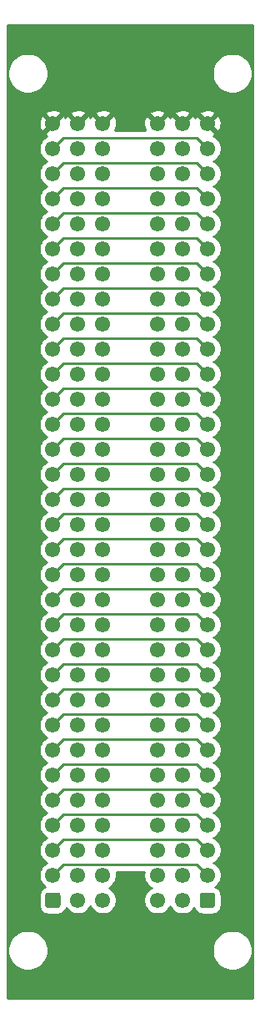
<source format=gbl>
G04 #@! TF.GenerationSoftware,KiCad,Pcbnew,(5.1.7)-1*
G04 #@! TF.CreationDate,2022-02-14T00:20:13+00:00*
G04 #@! TF.ProjectId,bp_fp_connector,62705f66-705f-4636-9f6e-6e6563746f72,rev?*
G04 #@! TF.SameCoordinates,Original*
G04 #@! TF.FileFunction,Copper,L2,Bot*
G04 #@! TF.FilePolarity,Positive*
%FSLAX46Y46*%
G04 Gerber Fmt 4.6, Leading zero omitted, Abs format (unit mm)*
G04 Created by KiCad (PCBNEW (5.1.7)-1) date 2022-02-14 00:20:13*
%MOMM*%
%LPD*%
G01*
G04 APERTURE LIST*
G04 #@! TA.AperFunction,ComponentPad*
%ADD10C,1.550000*%
G04 #@! TD*
G04 #@! TA.AperFunction,Conductor*
%ADD11C,0.250000*%
G04 #@! TD*
G04 #@! TA.AperFunction,Conductor*
%ADD12C,0.254000*%
G04 #@! TD*
G04 #@! TA.AperFunction,Conductor*
%ADD13C,0.100000*%
G04 #@! TD*
G04 APERTURE END LIST*
D10*
X27920000Y-22630000D03*
X27920000Y-25170000D03*
X27920000Y-27710000D03*
X27920000Y-30250000D03*
X27920000Y-32790000D03*
X27920000Y-35330000D03*
X27920000Y-37870000D03*
X27920000Y-40410000D03*
X27920000Y-42950000D03*
X27920000Y-45490000D03*
X27920000Y-48030000D03*
X27920000Y-50570000D03*
X27920000Y-53110000D03*
X27920000Y-55650000D03*
X27920000Y-58190000D03*
X27920000Y-60730000D03*
X27920000Y-63270000D03*
X27920000Y-65810000D03*
X27920000Y-68350000D03*
X27920000Y-70890000D03*
X27920000Y-73430000D03*
X27920000Y-75970000D03*
X27920000Y-78510000D03*
X27920000Y-81050000D03*
X27920000Y-83590000D03*
X27920000Y-86130000D03*
X27920000Y-88670000D03*
X27920000Y-91210000D03*
X27920000Y-93750000D03*
X27920000Y-96290000D03*
X27920000Y-98830000D03*
X27920000Y-101370000D03*
X30460000Y-22630000D03*
X30460000Y-25170000D03*
X30460000Y-27710000D03*
X30460000Y-30250000D03*
X30460000Y-32790000D03*
X30460000Y-35330000D03*
X30460000Y-37870000D03*
X30460000Y-40410000D03*
X30460000Y-42950000D03*
X30460000Y-45490000D03*
X30460000Y-48030000D03*
X30460000Y-50570000D03*
X30460000Y-53110000D03*
X30460000Y-55650000D03*
X30460000Y-58190000D03*
X30460000Y-60730000D03*
X30460000Y-63270000D03*
X30460000Y-65810000D03*
X30460000Y-68350000D03*
X30460000Y-70890000D03*
X30460000Y-73430000D03*
X30460000Y-75970000D03*
X30460000Y-78510000D03*
X30460000Y-81050000D03*
X30460000Y-83590000D03*
X30460000Y-86130000D03*
X30460000Y-88670000D03*
X30460000Y-91210000D03*
X30460000Y-93750000D03*
X30460000Y-96290000D03*
X30460000Y-98830000D03*
X30460000Y-101370000D03*
X33000000Y-22630000D03*
X33000000Y-25170000D03*
X33000000Y-27710000D03*
X33000000Y-30250000D03*
X33000000Y-32790000D03*
X33000000Y-35330000D03*
X33000000Y-37870000D03*
X33000000Y-40410000D03*
X33000000Y-42950000D03*
X33000000Y-45490000D03*
X33000000Y-48030000D03*
X33000000Y-50570000D03*
X33000000Y-53110000D03*
X33000000Y-55650000D03*
X33000000Y-58190000D03*
X33000000Y-60730000D03*
X33000000Y-63270000D03*
X33000000Y-65810000D03*
X33000000Y-68350000D03*
X33000000Y-70890000D03*
X33000000Y-73430000D03*
X33000000Y-75970000D03*
X33000000Y-78510000D03*
X33000000Y-81050000D03*
X33000000Y-83590000D03*
X33000000Y-86130000D03*
X33000000Y-88670000D03*
X33000000Y-91210000D03*
X33000000Y-93750000D03*
X33000000Y-96290000D03*
X33000000Y-98830000D03*
G04 #@! TA.AperFunction,ComponentPad*
G36*
G01*
X32225000Y-101895450D02*
X32225000Y-100844550D01*
G75*
G02*
X32474550Y-100595000I249550J0D01*
G01*
X33525450Y-100595000D01*
G75*
G02*
X33775000Y-100844550I0J-249550D01*
G01*
X33775000Y-101895450D01*
G75*
G02*
X33525450Y-102145000I-249550J0D01*
G01*
X32474550Y-102145000D01*
G75*
G02*
X32225000Y-101895450I0J249550D01*
G01*
G37*
G04 #@! TD.AperFunction*
X22375000Y-22630000D03*
X22375000Y-25170000D03*
X22375000Y-27710000D03*
X22375000Y-30250000D03*
X22375000Y-32790000D03*
X22375000Y-35330000D03*
X22375000Y-37870000D03*
X22375000Y-40410000D03*
X22375000Y-42950000D03*
X22375000Y-45490000D03*
X22375000Y-48030000D03*
X22375000Y-50570000D03*
X22375000Y-53110000D03*
X22375000Y-55650000D03*
X22375000Y-58190000D03*
X22375000Y-60730000D03*
X22375000Y-63270000D03*
X22375000Y-65810000D03*
X22375000Y-68350000D03*
X22375000Y-70890000D03*
X22375000Y-73430000D03*
X22375000Y-75970000D03*
X22375000Y-78510000D03*
X22375000Y-81050000D03*
X22375000Y-83590000D03*
X22375000Y-86130000D03*
X22375000Y-88670000D03*
X22375000Y-91210000D03*
X22375000Y-93750000D03*
X22375000Y-96290000D03*
X22375000Y-98830000D03*
X22375000Y-101370000D03*
X19835000Y-22630000D03*
X19835000Y-25170000D03*
X19835000Y-27710000D03*
X19835000Y-30250000D03*
X19835000Y-32790000D03*
X19835000Y-35330000D03*
X19835000Y-37870000D03*
X19835000Y-40410000D03*
X19835000Y-42950000D03*
X19835000Y-45490000D03*
X19835000Y-48030000D03*
X19835000Y-50570000D03*
X19835000Y-53110000D03*
X19835000Y-55650000D03*
X19835000Y-58190000D03*
X19835000Y-60730000D03*
X19835000Y-63270000D03*
X19835000Y-65810000D03*
X19835000Y-68350000D03*
X19835000Y-70890000D03*
X19835000Y-73430000D03*
X19835000Y-75970000D03*
X19835000Y-78510000D03*
X19835000Y-81050000D03*
X19835000Y-83590000D03*
X19835000Y-86130000D03*
X19835000Y-88670000D03*
X19835000Y-91210000D03*
X19835000Y-93750000D03*
X19835000Y-96290000D03*
X19835000Y-98830000D03*
X19835000Y-101370000D03*
X17295000Y-22630000D03*
X17295000Y-25170000D03*
X17295000Y-27710000D03*
X17295000Y-30250000D03*
X17295000Y-32790000D03*
X17295000Y-35330000D03*
X17295000Y-37870000D03*
X17295000Y-40410000D03*
X17295000Y-42950000D03*
X17295000Y-45490000D03*
X17295000Y-48030000D03*
X17295000Y-50570000D03*
X17295000Y-53110000D03*
X17295000Y-55650000D03*
X17295000Y-58190000D03*
X17295000Y-60730000D03*
X17295000Y-63270000D03*
X17295000Y-65810000D03*
X17295000Y-68350000D03*
X17295000Y-70890000D03*
X17295000Y-73430000D03*
X17295000Y-75970000D03*
X17295000Y-78510000D03*
X17295000Y-81050000D03*
X17295000Y-83590000D03*
X17295000Y-86130000D03*
X17295000Y-88670000D03*
X17295000Y-91210000D03*
X17295000Y-93750000D03*
X17295000Y-96290000D03*
X17295000Y-98830000D03*
G04 #@! TA.AperFunction,ComponentPad*
G36*
G01*
X18070000Y-100844550D02*
X18070000Y-101895450D01*
G75*
G02*
X17820450Y-102145000I-249550J0D01*
G01*
X16769550Y-102145000D01*
G75*
G02*
X16520000Y-101895450I0J249550D01*
G01*
X16520000Y-100844550D01*
G75*
G02*
X16769550Y-100595000I249550J0D01*
G01*
X17820450Y-100595000D01*
G75*
G02*
X18070000Y-100844550I0J-249550D01*
G01*
G37*
G04 #@! TD.AperFunction*
D11*
X18395001Y-24069999D02*
X17295000Y-25170000D01*
X33000000Y-25170000D02*
X31899999Y-24069999D01*
X31899999Y-24069999D02*
X18395001Y-24069999D01*
X18395001Y-26609999D02*
X17295000Y-27710000D01*
X33000000Y-27710000D02*
X31899999Y-26609999D01*
X31899999Y-26609999D02*
X18395001Y-26609999D01*
X18395001Y-29149999D02*
X17295000Y-30250000D01*
X33000000Y-30250000D02*
X31899999Y-29149999D01*
X31899999Y-29149999D02*
X18395001Y-29149999D01*
X18395001Y-31689999D02*
X17295000Y-32790000D01*
X33000000Y-32790000D02*
X31899999Y-31689999D01*
X31899999Y-31689999D02*
X18395001Y-31689999D01*
X18395001Y-34229999D02*
X17295000Y-35330000D01*
X33000000Y-35330000D02*
X31899999Y-34229999D01*
X31899999Y-34229999D02*
X18395001Y-34229999D01*
X18395001Y-36769999D02*
X17295000Y-37870000D01*
X33000000Y-37870000D02*
X31899999Y-36769999D01*
X31899999Y-36769999D02*
X18395001Y-36769999D01*
X18395001Y-39309999D02*
X17295000Y-40410000D01*
X33000000Y-40410000D02*
X31899999Y-39309999D01*
X31899999Y-39309999D02*
X18395001Y-39309999D01*
X18395001Y-41849999D02*
X17295000Y-42950000D01*
X33000000Y-42950000D02*
X31899999Y-41849999D01*
X31899999Y-41849999D02*
X18395001Y-41849999D01*
X18395001Y-44389999D02*
X17295000Y-45490000D01*
X33000000Y-45490000D02*
X31899999Y-44389999D01*
X31899999Y-44389999D02*
X18395001Y-44389999D01*
X18395001Y-46929999D02*
X17295000Y-48030000D01*
X33000000Y-48030000D02*
X31899999Y-46929999D01*
X31899999Y-46929999D02*
X18395001Y-46929999D01*
X18395001Y-49469999D02*
X17295000Y-50570000D01*
X33000000Y-50570000D02*
X31899999Y-49469999D01*
X31899999Y-49469999D02*
X18395001Y-49469999D01*
X18395001Y-52009999D02*
X17295000Y-53110000D01*
X33000000Y-53110000D02*
X31899999Y-52009999D01*
X31899999Y-52009999D02*
X18395001Y-52009999D01*
X18395001Y-54549999D02*
X17295000Y-55650000D01*
X33000000Y-55650000D02*
X31899999Y-54549999D01*
X31899999Y-54549999D02*
X18395001Y-54549999D01*
X18395001Y-57089999D02*
X17295000Y-58190000D01*
X33000000Y-58190000D02*
X31899999Y-57089999D01*
X31899999Y-57089999D02*
X18395001Y-57089999D01*
X18395001Y-59629999D02*
X17295000Y-60730000D01*
X33000000Y-60730000D02*
X31899999Y-59629999D01*
X31899999Y-59629999D02*
X18395001Y-59629999D01*
X18395001Y-62169999D02*
X17295000Y-63270000D01*
X33000000Y-63270000D02*
X31899999Y-62169999D01*
X31899999Y-62169999D02*
X18395001Y-62169999D01*
X18395001Y-64709999D02*
X17295000Y-65810000D01*
X33000000Y-65810000D02*
X31899999Y-64709999D01*
X31899999Y-64709999D02*
X18395001Y-64709999D01*
X18395001Y-67249999D02*
X17295000Y-68350000D01*
X33000000Y-68350000D02*
X31899999Y-67249999D01*
X31899999Y-67249999D02*
X18395001Y-67249999D01*
X18395001Y-69789999D02*
X17295000Y-70890000D01*
X33000000Y-70890000D02*
X31899999Y-69789999D01*
X31899999Y-69789999D02*
X18395001Y-69789999D01*
X18395001Y-72329999D02*
X17295000Y-73430000D01*
X33000000Y-73430000D02*
X31899999Y-72329999D01*
X31899999Y-72329999D02*
X18395001Y-72329999D01*
X18395001Y-74869999D02*
X17295000Y-75970000D01*
X33000000Y-75970000D02*
X31899999Y-74869999D01*
X31899999Y-74869999D02*
X18395001Y-74869999D01*
X18395001Y-77409999D02*
X17295000Y-78510000D01*
X33000000Y-78510000D02*
X31899999Y-77409999D01*
X31899999Y-77409999D02*
X18395001Y-77409999D01*
X18395001Y-79949999D02*
X17295000Y-81050000D01*
X33000000Y-81050000D02*
X31899999Y-79949999D01*
X31899999Y-79949999D02*
X18395001Y-79949999D01*
X18395001Y-82489999D02*
X17295000Y-83590000D01*
X33000000Y-83590000D02*
X31899999Y-82489999D01*
X31899999Y-82489999D02*
X18395001Y-82489999D01*
X18395001Y-85029999D02*
X17295000Y-86130000D01*
X33000000Y-86130000D02*
X31899999Y-85029999D01*
X31899999Y-85029999D02*
X18395001Y-85029999D01*
X18395001Y-87569999D02*
X17295000Y-88670000D01*
X33000000Y-88670000D02*
X31899999Y-87569999D01*
X31899999Y-87569999D02*
X18395001Y-87569999D01*
X18395001Y-90109999D02*
X17295000Y-91210000D01*
X33000000Y-91210000D02*
X31899999Y-90109999D01*
X31899999Y-90109999D02*
X18395001Y-90109999D01*
X18395001Y-92649999D02*
X17295000Y-93750000D01*
X33000000Y-93750000D02*
X31899999Y-92649999D01*
X31899999Y-92649999D02*
X18395001Y-92649999D01*
X18395001Y-95189999D02*
X17295000Y-96290000D01*
X33000000Y-96290000D02*
X31899999Y-95189999D01*
X31899999Y-95189999D02*
X18395001Y-95189999D01*
X18395001Y-97729999D02*
X17295000Y-98830000D01*
X33000000Y-98830000D02*
X31899999Y-97729999D01*
X31899999Y-97729999D02*
X18395001Y-97729999D01*
D12*
X37615001Y-111315000D02*
X12685000Y-111315000D01*
X12685000Y-106247108D01*
X12695000Y-106247108D01*
X12695000Y-106652892D01*
X12774165Y-107050880D01*
X12929452Y-107425776D01*
X13154894Y-107763173D01*
X13441827Y-108050106D01*
X13779224Y-108275548D01*
X14154120Y-108430835D01*
X14552108Y-108510000D01*
X14957892Y-108510000D01*
X15355880Y-108430835D01*
X15730776Y-108275548D01*
X16068173Y-108050106D01*
X16355106Y-107763173D01*
X16580548Y-107425776D01*
X16735835Y-107050880D01*
X16815000Y-106652892D01*
X16815000Y-106247108D01*
X33480000Y-106247108D01*
X33480000Y-106652892D01*
X33559165Y-107050880D01*
X33714452Y-107425776D01*
X33939894Y-107763173D01*
X34226827Y-108050106D01*
X34564224Y-108275548D01*
X34939120Y-108430835D01*
X35337108Y-108510000D01*
X35742892Y-108510000D01*
X36140880Y-108430835D01*
X36515776Y-108275548D01*
X36853173Y-108050106D01*
X37140106Y-107763173D01*
X37365548Y-107425776D01*
X37520835Y-107050880D01*
X37600000Y-106652892D01*
X37600000Y-106247108D01*
X37520835Y-105849120D01*
X37365548Y-105474224D01*
X37140106Y-105136827D01*
X36853173Y-104849894D01*
X36515776Y-104624452D01*
X36140880Y-104469165D01*
X35742892Y-104390000D01*
X35337108Y-104390000D01*
X34939120Y-104469165D01*
X34564224Y-104624452D01*
X34226827Y-104849894D01*
X33939894Y-105136827D01*
X33714452Y-105474224D01*
X33559165Y-105849120D01*
X33480000Y-106247108D01*
X16815000Y-106247108D01*
X16735835Y-105849120D01*
X16580548Y-105474224D01*
X16355106Y-105136827D01*
X16068173Y-104849894D01*
X15730776Y-104624452D01*
X15355880Y-104469165D01*
X14957892Y-104390000D01*
X14552108Y-104390000D01*
X14154120Y-104469165D01*
X13779224Y-104624452D01*
X13441827Y-104849894D01*
X13154894Y-105136827D01*
X12929452Y-105474224D01*
X12774165Y-105849120D01*
X12695000Y-106247108D01*
X12685000Y-106247108D01*
X12685000Y-100844550D01*
X15881928Y-100844550D01*
X15881928Y-101895450D01*
X15898983Y-102068616D01*
X15949494Y-102235128D01*
X16031519Y-102388586D01*
X16141906Y-102523094D01*
X16276414Y-102633481D01*
X16429872Y-102715506D01*
X16596384Y-102766017D01*
X16769550Y-102783072D01*
X17820450Y-102783072D01*
X17993616Y-102766017D01*
X18160128Y-102715506D01*
X18313586Y-102633481D01*
X18448094Y-102523094D01*
X18558481Y-102388586D01*
X18640506Y-102235128D01*
X18664474Y-102156116D01*
X18739782Y-102268822D01*
X18936178Y-102465218D01*
X19167115Y-102619525D01*
X19423718Y-102725814D01*
X19696127Y-102780000D01*
X19973873Y-102780000D01*
X20246282Y-102725814D01*
X20502885Y-102619525D01*
X20733822Y-102465218D01*
X20930218Y-102268822D01*
X21084525Y-102037885D01*
X21105000Y-101988454D01*
X21125475Y-102037885D01*
X21279782Y-102268822D01*
X21476178Y-102465218D01*
X21707115Y-102619525D01*
X21963718Y-102725814D01*
X22236127Y-102780000D01*
X22513873Y-102780000D01*
X22786282Y-102725814D01*
X23042885Y-102619525D01*
X23273822Y-102465218D01*
X23470218Y-102268822D01*
X23624525Y-102037885D01*
X23730814Y-101781282D01*
X23785000Y-101508873D01*
X23785000Y-101231127D01*
X23730814Y-100958718D01*
X23624525Y-100702115D01*
X23470218Y-100471178D01*
X23273822Y-100274782D01*
X23042885Y-100120475D01*
X22993454Y-100100000D01*
X23042885Y-100079525D01*
X23273822Y-99925218D01*
X23470218Y-99728822D01*
X23624525Y-99497885D01*
X23730814Y-99241282D01*
X23785000Y-98968873D01*
X23785000Y-98691127D01*
X23744993Y-98489999D01*
X26550007Y-98489999D01*
X26510000Y-98691127D01*
X26510000Y-98968873D01*
X26564186Y-99241282D01*
X26670475Y-99497885D01*
X26824782Y-99728822D01*
X27021178Y-99925218D01*
X27252115Y-100079525D01*
X27301546Y-100100000D01*
X27252115Y-100120475D01*
X27021178Y-100274782D01*
X26824782Y-100471178D01*
X26670475Y-100702115D01*
X26564186Y-100958718D01*
X26510000Y-101231127D01*
X26510000Y-101508873D01*
X26564186Y-101781282D01*
X26670475Y-102037885D01*
X26824782Y-102268822D01*
X27021178Y-102465218D01*
X27252115Y-102619525D01*
X27508718Y-102725814D01*
X27781127Y-102780000D01*
X28058873Y-102780000D01*
X28331282Y-102725814D01*
X28587885Y-102619525D01*
X28818822Y-102465218D01*
X29015218Y-102268822D01*
X29169525Y-102037885D01*
X29190000Y-101988454D01*
X29210475Y-102037885D01*
X29364782Y-102268822D01*
X29561178Y-102465218D01*
X29792115Y-102619525D01*
X30048718Y-102725814D01*
X30321127Y-102780000D01*
X30598873Y-102780000D01*
X30871282Y-102725814D01*
X31127885Y-102619525D01*
X31358822Y-102465218D01*
X31555218Y-102268822D01*
X31630526Y-102156116D01*
X31654494Y-102235128D01*
X31736519Y-102388586D01*
X31846906Y-102523094D01*
X31981414Y-102633481D01*
X32134872Y-102715506D01*
X32301384Y-102766017D01*
X32474550Y-102783072D01*
X33525450Y-102783072D01*
X33698616Y-102766017D01*
X33865128Y-102715506D01*
X34018586Y-102633481D01*
X34153094Y-102523094D01*
X34263481Y-102388586D01*
X34345506Y-102235128D01*
X34396017Y-102068616D01*
X34413072Y-101895450D01*
X34413072Y-100844550D01*
X34396017Y-100671384D01*
X34345506Y-100504872D01*
X34263481Y-100351414D01*
X34153094Y-100216906D01*
X34018586Y-100106519D01*
X33865128Y-100024494D01*
X33786116Y-100000526D01*
X33898822Y-99925218D01*
X34095218Y-99728822D01*
X34249525Y-99497885D01*
X34355814Y-99241282D01*
X34410000Y-98968873D01*
X34410000Y-98691127D01*
X34355814Y-98418718D01*
X34249525Y-98162115D01*
X34095218Y-97931178D01*
X33898822Y-97734782D01*
X33667885Y-97580475D01*
X33618454Y-97560000D01*
X33667885Y-97539525D01*
X33898822Y-97385218D01*
X34095218Y-97188822D01*
X34249525Y-96957885D01*
X34355814Y-96701282D01*
X34410000Y-96428873D01*
X34410000Y-96151127D01*
X34355814Y-95878718D01*
X34249525Y-95622115D01*
X34095218Y-95391178D01*
X33898822Y-95194782D01*
X33667885Y-95040475D01*
X33618454Y-95020000D01*
X33667885Y-94999525D01*
X33898822Y-94845218D01*
X34095218Y-94648822D01*
X34249525Y-94417885D01*
X34355814Y-94161282D01*
X34410000Y-93888873D01*
X34410000Y-93611127D01*
X34355814Y-93338718D01*
X34249525Y-93082115D01*
X34095218Y-92851178D01*
X33898822Y-92654782D01*
X33667885Y-92500475D01*
X33618454Y-92480000D01*
X33667885Y-92459525D01*
X33898822Y-92305218D01*
X34095218Y-92108822D01*
X34249525Y-91877885D01*
X34355814Y-91621282D01*
X34410000Y-91348873D01*
X34410000Y-91071127D01*
X34355814Y-90798718D01*
X34249525Y-90542115D01*
X34095218Y-90311178D01*
X33898822Y-90114782D01*
X33667885Y-89960475D01*
X33618454Y-89940000D01*
X33667885Y-89919525D01*
X33898822Y-89765218D01*
X34095218Y-89568822D01*
X34249525Y-89337885D01*
X34355814Y-89081282D01*
X34410000Y-88808873D01*
X34410000Y-88531127D01*
X34355814Y-88258718D01*
X34249525Y-88002115D01*
X34095218Y-87771178D01*
X33898822Y-87574782D01*
X33667885Y-87420475D01*
X33618454Y-87400000D01*
X33667885Y-87379525D01*
X33898822Y-87225218D01*
X34095218Y-87028822D01*
X34249525Y-86797885D01*
X34355814Y-86541282D01*
X34410000Y-86268873D01*
X34410000Y-85991127D01*
X34355814Y-85718718D01*
X34249525Y-85462115D01*
X34095218Y-85231178D01*
X33898822Y-85034782D01*
X33667885Y-84880475D01*
X33618454Y-84860000D01*
X33667885Y-84839525D01*
X33898822Y-84685218D01*
X34095218Y-84488822D01*
X34249525Y-84257885D01*
X34355814Y-84001282D01*
X34410000Y-83728873D01*
X34410000Y-83451127D01*
X34355814Y-83178718D01*
X34249525Y-82922115D01*
X34095218Y-82691178D01*
X33898822Y-82494782D01*
X33667885Y-82340475D01*
X33618454Y-82320000D01*
X33667885Y-82299525D01*
X33898822Y-82145218D01*
X34095218Y-81948822D01*
X34249525Y-81717885D01*
X34355814Y-81461282D01*
X34410000Y-81188873D01*
X34410000Y-80911127D01*
X34355814Y-80638718D01*
X34249525Y-80382115D01*
X34095218Y-80151178D01*
X33898822Y-79954782D01*
X33667885Y-79800475D01*
X33618454Y-79780000D01*
X33667885Y-79759525D01*
X33898822Y-79605218D01*
X34095218Y-79408822D01*
X34249525Y-79177885D01*
X34355814Y-78921282D01*
X34410000Y-78648873D01*
X34410000Y-78371127D01*
X34355814Y-78098718D01*
X34249525Y-77842115D01*
X34095218Y-77611178D01*
X33898822Y-77414782D01*
X33667885Y-77260475D01*
X33618454Y-77240000D01*
X33667885Y-77219525D01*
X33898822Y-77065218D01*
X34095218Y-76868822D01*
X34249525Y-76637885D01*
X34355814Y-76381282D01*
X34410000Y-76108873D01*
X34410000Y-75831127D01*
X34355814Y-75558718D01*
X34249525Y-75302115D01*
X34095218Y-75071178D01*
X33898822Y-74874782D01*
X33667885Y-74720475D01*
X33618454Y-74700000D01*
X33667885Y-74679525D01*
X33898822Y-74525218D01*
X34095218Y-74328822D01*
X34249525Y-74097885D01*
X34355814Y-73841282D01*
X34410000Y-73568873D01*
X34410000Y-73291127D01*
X34355814Y-73018718D01*
X34249525Y-72762115D01*
X34095218Y-72531178D01*
X33898822Y-72334782D01*
X33667885Y-72180475D01*
X33618454Y-72160000D01*
X33667885Y-72139525D01*
X33898822Y-71985218D01*
X34095218Y-71788822D01*
X34249525Y-71557885D01*
X34355814Y-71301282D01*
X34410000Y-71028873D01*
X34410000Y-70751127D01*
X34355814Y-70478718D01*
X34249525Y-70222115D01*
X34095218Y-69991178D01*
X33898822Y-69794782D01*
X33667885Y-69640475D01*
X33618454Y-69620000D01*
X33667885Y-69599525D01*
X33898822Y-69445218D01*
X34095218Y-69248822D01*
X34249525Y-69017885D01*
X34355814Y-68761282D01*
X34410000Y-68488873D01*
X34410000Y-68211127D01*
X34355814Y-67938718D01*
X34249525Y-67682115D01*
X34095218Y-67451178D01*
X33898822Y-67254782D01*
X33667885Y-67100475D01*
X33618454Y-67080000D01*
X33667885Y-67059525D01*
X33898822Y-66905218D01*
X34095218Y-66708822D01*
X34249525Y-66477885D01*
X34355814Y-66221282D01*
X34410000Y-65948873D01*
X34410000Y-65671127D01*
X34355814Y-65398718D01*
X34249525Y-65142115D01*
X34095218Y-64911178D01*
X33898822Y-64714782D01*
X33667885Y-64560475D01*
X33618454Y-64540000D01*
X33667885Y-64519525D01*
X33898822Y-64365218D01*
X34095218Y-64168822D01*
X34249525Y-63937885D01*
X34355814Y-63681282D01*
X34410000Y-63408873D01*
X34410000Y-63131127D01*
X34355814Y-62858718D01*
X34249525Y-62602115D01*
X34095218Y-62371178D01*
X33898822Y-62174782D01*
X33667885Y-62020475D01*
X33618454Y-62000000D01*
X33667885Y-61979525D01*
X33898822Y-61825218D01*
X34095218Y-61628822D01*
X34249525Y-61397885D01*
X34355814Y-61141282D01*
X34410000Y-60868873D01*
X34410000Y-60591127D01*
X34355814Y-60318718D01*
X34249525Y-60062115D01*
X34095218Y-59831178D01*
X33898822Y-59634782D01*
X33667885Y-59480475D01*
X33618454Y-59460000D01*
X33667885Y-59439525D01*
X33898822Y-59285218D01*
X34095218Y-59088822D01*
X34249525Y-58857885D01*
X34355814Y-58601282D01*
X34410000Y-58328873D01*
X34410000Y-58051127D01*
X34355814Y-57778718D01*
X34249525Y-57522115D01*
X34095218Y-57291178D01*
X33898822Y-57094782D01*
X33667885Y-56940475D01*
X33618454Y-56920000D01*
X33667885Y-56899525D01*
X33898822Y-56745218D01*
X34095218Y-56548822D01*
X34249525Y-56317885D01*
X34355814Y-56061282D01*
X34410000Y-55788873D01*
X34410000Y-55511127D01*
X34355814Y-55238718D01*
X34249525Y-54982115D01*
X34095218Y-54751178D01*
X33898822Y-54554782D01*
X33667885Y-54400475D01*
X33618454Y-54380000D01*
X33667885Y-54359525D01*
X33898822Y-54205218D01*
X34095218Y-54008822D01*
X34249525Y-53777885D01*
X34355814Y-53521282D01*
X34410000Y-53248873D01*
X34410000Y-52971127D01*
X34355814Y-52698718D01*
X34249525Y-52442115D01*
X34095218Y-52211178D01*
X33898822Y-52014782D01*
X33667885Y-51860475D01*
X33618454Y-51840000D01*
X33667885Y-51819525D01*
X33898822Y-51665218D01*
X34095218Y-51468822D01*
X34249525Y-51237885D01*
X34355814Y-50981282D01*
X34410000Y-50708873D01*
X34410000Y-50431127D01*
X34355814Y-50158718D01*
X34249525Y-49902115D01*
X34095218Y-49671178D01*
X33898822Y-49474782D01*
X33667885Y-49320475D01*
X33618454Y-49300000D01*
X33667885Y-49279525D01*
X33898822Y-49125218D01*
X34095218Y-48928822D01*
X34249525Y-48697885D01*
X34355814Y-48441282D01*
X34410000Y-48168873D01*
X34410000Y-47891127D01*
X34355814Y-47618718D01*
X34249525Y-47362115D01*
X34095218Y-47131178D01*
X33898822Y-46934782D01*
X33667885Y-46780475D01*
X33618454Y-46760000D01*
X33667885Y-46739525D01*
X33898822Y-46585218D01*
X34095218Y-46388822D01*
X34249525Y-46157885D01*
X34355814Y-45901282D01*
X34410000Y-45628873D01*
X34410000Y-45351127D01*
X34355814Y-45078718D01*
X34249525Y-44822115D01*
X34095218Y-44591178D01*
X33898822Y-44394782D01*
X33667885Y-44240475D01*
X33618454Y-44220000D01*
X33667885Y-44199525D01*
X33898822Y-44045218D01*
X34095218Y-43848822D01*
X34249525Y-43617885D01*
X34355814Y-43361282D01*
X34410000Y-43088873D01*
X34410000Y-42811127D01*
X34355814Y-42538718D01*
X34249525Y-42282115D01*
X34095218Y-42051178D01*
X33898822Y-41854782D01*
X33667885Y-41700475D01*
X33618454Y-41680000D01*
X33667885Y-41659525D01*
X33898822Y-41505218D01*
X34095218Y-41308822D01*
X34249525Y-41077885D01*
X34355814Y-40821282D01*
X34410000Y-40548873D01*
X34410000Y-40271127D01*
X34355814Y-39998718D01*
X34249525Y-39742115D01*
X34095218Y-39511178D01*
X33898822Y-39314782D01*
X33667885Y-39160475D01*
X33618454Y-39140000D01*
X33667885Y-39119525D01*
X33898822Y-38965218D01*
X34095218Y-38768822D01*
X34249525Y-38537885D01*
X34355814Y-38281282D01*
X34410000Y-38008873D01*
X34410000Y-37731127D01*
X34355814Y-37458718D01*
X34249525Y-37202115D01*
X34095218Y-36971178D01*
X33898822Y-36774782D01*
X33667885Y-36620475D01*
X33618454Y-36600000D01*
X33667885Y-36579525D01*
X33898822Y-36425218D01*
X34095218Y-36228822D01*
X34249525Y-35997885D01*
X34355814Y-35741282D01*
X34410000Y-35468873D01*
X34410000Y-35191127D01*
X34355814Y-34918718D01*
X34249525Y-34662115D01*
X34095218Y-34431178D01*
X33898822Y-34234782D01*
X33667885Y-34080475D01*
X33618454Y-34060000D01*
X33667885Y-34039525D01*
X33898822Y-33885218D01*
X34095218Y-33688822D01*
X34249525Y-33457885D01*
X34355814Y-33201282D01*
X34410000Y-32928873D01*
X34410000Y-32651127D01*
X34355814Y-32378718D01*
X34249525Y-32122115D01*
X34095218Y-31891178D01*
X33898822Y-31694782D01*
X33667885Y-31540475D01*
X33618454Y-31520000D01*
X33667885Y-31499525D01*
X33898822Y-31345218D01*
X34095218Y-31148822D01*
X34249525Y-30917885D01*
X34355814Y-30661282D01*
X34410000Y-30388873D01*
X34410000Y-30111127D01*
X34355814Y-29838718D01*
X34249525Y-29582115D01*
X34095218Y-29351178D01*
X33898822Y-29154782D01*
X33667885Y-29000475D01*
X33618454Y-28980000D01*
X33667885Y-28959525D01*
X33898822Y-28805218D01*
X34095218Y-28608822D01*
X34249525Y-28377885D01*
X34355814Y-28121282D01*
X34410000Y-27848873D01*
X34410000Y-27571127D01*
X34355814Y-27298718D01*
X34249525Y-27042115D01*
X34095218Y-26811178D01*
X33898822Y-26614782D01*
X33667885Y-26460475D01*
X33618454Y-26440000D01*
X33667885Y-26419525D01*
X33898822Y-26265218D01*
X34095218Y-26068822D01*
X34249525Y-25837885D01*
X34355814Y-25581282D01*
X34410000Y-25308873D01*
X34410000Y-25031127D01*
X34355814Y-24758718D01*
X34249525Y-24502115D01*
X34095218Y-24271178D01*
X33898822Y-24074782D01*
X33667885Y-23920475D01*
X33622798Y-23901799D01*
X33726690Y-23846268D01*
X33795244Y-23604849D01*
X33000000Y-22809605D01*
X32985858Y-22823748D01*
X32806253Y-22644143D01*
X32820395Y-22630000D01*
X33179605Y-22630000D01*
X33974849Y-23425244D01*
X34216268Y-23356690D01*
X34334668Y-23105444D01*
X34401778Y-22835929D01*
X34415018Y-22558498D01*
X34373879Y-22283816D01*
X34279943Y-22022438D01*
X34216268Y-21903310D01*
X33974849Y-21834756D01*
X33179605Y-22630000D01*
X32820395Y-22630000D01*
X32025151Y-21834756D01*
X31783732Y-21903310D01*
X31733380Y-22010159D01*
X31676268Y-21903310D01*
X31434849Y-21834756D01*
X30639605Y-22630000D01*
X30653748Y-22644143D01*
X30474143Y-22823748D01*
X30460000Y-22809605D01*
X30445858Y-22823748D01*
X30266253Y-22644143D01*
X30280395Y-22630000D01*
X29485151Y-21834756D01*
X29243732Y-21903310D01*
X29193380Y-22010159D01*
X29136268Y-21903310D01*
X28894849Y-21834756D01*
X28099605Y-22630000D01*
X28113748Y-22644143D01*
X27934143Y-22823748D01*
X27920000Y-22809605D01*
X27905858Y-22823748D01*
X27726253Y-22644143D01*
X27740395Y-22630000D01*
X26945151Y-21834756D01*
X26703732Y-21903310D01*
X26585332Y-22154556D01*
X26518222Y-22424071D01*
X26504982Y-22701502D01*
X26546121Y-22976184D01*
X26640057Y-23237562D01*
X26678775Y-23309999D01*
X23613271Y-23309999D01*
X23709668Y-23105444D01*
X23776778Y-22835929D01*
X23790018Y-22558498D01*
X23748879Y-22283816D01*
X23654943Y-22022438D01*
X23591268Y-21903310D01*
X23349849Y-21834756D01*
X22554605Y-22630000D01*
X22568748Y-22644143D01*
X22389143Y-22823748D01*
X22375000Y-22809605D01*
X22360858Y-22823748D01*
X22181253Y-22644143D01*
X22195395Y-22630000D01*
X21400151Y-21834756D01*
X21158732Y-21903310D01*
X21108380Y-22010159D01*
X21051268Y-21903310D01*
X20809849Y-21834756D01*
X20014605Y-22630000D01*
X20028748Y-22644143D01*
X19849143Y-22823748D01*
X19835000Y-22809605D01*
X19820858Y-22823748D01*
X19641253Y-22644143D01*
X19655395Y-22630000D01*
X18860151Y-21834756D01*
X18618732Y-21903310D01*
X18568380Y-22010159D01*
X18511268Y-21903310D01*
X18269849Y-21834756D01*
X17474605Y-22630000D01*
X17488748Y-22644143D01*
X17309143Y-22823748D01*
X17295000Y-22809605D01*
X16499756Y-23604849D01*
X16568310Y-23846268D01*
X16679624Y-23898725D01*
X16627115Y-23920475D01*
X16396178Y-24074782D01*
X16199782Y-24271178D01*
X16045475Y-24502115D01*
X15939186Y-24758718D01*
X15885000Y-25031127D01*
X15885000Y-25308873D01*
X15939186Y-25581282D01*
X16045475Y-25837885D01*
X16199782Y-26068822D01*
X16396178Y-26265218D01*
X16627115Y-26419525D01*
X16676546Y-26440000D01*
X16627115Y-26460475D01*
X16396178Y-26614782D01*
X16199782Y-26811178D01*
X16045475Y-27042115D01*
X15939186Y-27298718D01*
X15885000Y-27571127D01*
X15885000Y-27848873D01*
X15939186Y-28121282D01*
X16045475Y-28377885D01*
X16199782Y-28608822D01*
X16396178Y-28805218D01*
X16627115Y-28959525D01*
X16676546Y-28980000D01*
X16627115Y-29000475D01*
X16396178Y-29154782D01*
X16199782Y-29351178D01*
X16045475Y-29582115D01*
X15939186Y-29838718D01*
X15885000Y-30111127D01*
X15885000Y-30388873D01*
X15939186Y-30661282D01*
X16045475Y-30917885D01*
X16199782Y-31148822D01*
X16396178Y-31345218D01*
X16627115Y-31499525D01*
X16676546Y-31520000D01*
X16627115Y-31540475D01*
X16396178Y-31694782D01*
X16199782Y-31891178D01*
X16045475Y-32122115D01*
X15939186Y-32378718D01*
X15885000Y-32651127D01*
X15885000Y-32928873D01*
X15939186Y-33201282D01*
X16045475Y-33457885D01*
X16199782Y-33688822D01*
X16396178Y-33885218D01*
X16627115Y-34039525D01*
X16676546Y-34060000D01*
X16627115Y-34080475D01*
X16396178Y-34234782D01*
X16199782Y-34431178D01*
X16045475Y-34662115D01*
X15939186Y-34918718D01*
X15885000Y-35191127D01*
X15885000Y-35468873D01*
X15939186Y-35741282D01*
X16045475Y-35997885D01*
X16199782Y-36228822D01*
X16396178Y-36425218D01*
X16627115Y-36579525D01*
X16676546Y-36600000D01*
X16627115Y-36620475D01*
X16396178Y-36774782D01*
X16199782Y-36971178D01*
X16045475Y-37202115D01*
X15939186Y-37458718D01*
X15885000Y-37731127D01*
X15885000Y-38008873D01*
X15939186Y-38281282D01*
X16045475Y-38537885D01*
X16199782Y-38768822D01*
X16396178Y-38965218D01*
X16627115Y-39119525D01*
X16676546Y-39140000D01*
X16627115Y-39160475D01*
X16396178Y-39314782D01*
X16199782Y-39511178D01*
X16045475Y-39742115D01*
X15939186Y-39998718D01*
X15885000Y-40271127D01*
X15885000Y-40548873D01*
X15939186Y-40821282D01*
X16045475Y-41077885D01*
X16199782Y-41308822D01*
X16396178Y-41505218D01*
X16627115Y-41659525D01*
X16676546Y-41680000D01*
X16627115Y-41700475D01*
X16396178Y-41854782D01*
X16199782Y-42051178D01*
X16045475Y-42282115D01*
X15939186Y-42538718D01*
X15885000Y-42811127D01*
X15885000Y-43088873D01*
X15939186Y-43361282D01*
X16045475Y-43617885D01*
X16199782Y-43848822D01*
X16396178Y-44045218D01*
X16627115Y-44199525D01*
X16676546Y-44220000D01*
X16627115Y-44240475D01*
X16396178Y-44394782D01*
X16199782Y-44591178D01*
X16045475Y-44822115D01*
X15939186Y-45078718D01*
X15885000Y-45351127D01*
X15885000Y-45628873D01*
X15939186Y-45901282D01*
X16045475Y-46157885D01*
X16199782Y-46388822D01*
X16396178Y-46585218D01*
X16627115Y-46739525D01*
X16676546Y-46760000D01*
X16627115Y-46780475D01*
X16396178Y-46934782D01*
X16199782Y-47131178D01*
X16045475Y-47362115D01*
X15939186Y-47618718D01*
X15885000Y-47891127D01*
X15885000Y-48168873D01*
X15939186Y-48441282D01*
X16045475Y-48697885D01*
X16199782Y-48928822D01*
X16396178Y-49125218D01*
X16627115Y-49279525D01*
X16676546Y-49300000D01*
X16627115Y-49320475D01*
X16396178Y-49474782D01*
X16199782Y-49671178D01*
X16045475Y-49902115D01*
X15939186Y-50158718D01*
X15885000Y-50431127D01*
X15885000Y-50708873D01*
X15939186Y-50981282D01*
X16045475Y-51237885D01*
X16199782Y-51468822D01*
X16396178Y-51665218D01*
X16627115Y-51819525D01*
X16676546Y-51840000D01*
X16627115Y-51860475D01*
X16396178Y-52014782D01*
X16199782Y-52211178D01*
X16045475Y-52442115D01*
X15939186Y-52698718D01*
X15885000Y-52971127D01*
X15885000Y-53248873D01*
X15939186Y-53521282D01*
X16045475Y-53777885D01*
X16199782Y-54008822D01*
X16396178Y-54205218D01*
X16627115Y-54359525D01*
X16676546Y-54380000D01*
X16627115Y-54400475D01*
X16396178Y-54554782D01*
X16199782Y-54751178D01*
X16045475Y-54982115D01*
X15939186Y-55238718D01*
X15885000Y-55511127D01*
X15885000Y-55788873D01*
X15939186Y-56061282D01*
X16045475Y-56317885D01*
X16199782Y-56548822D01*
X16396178Y-56745218D01*
X16627115Y-56899525D01*
X16676546Y-56920000D01*
X16627115Y-56940475D01*
X16396178Y-57094782D01*
X16199782Y-57291178D01*
X16045475Y-57522115D01*
X15939186Y-57778718D01*
X15885000Y-58051127D01*
X15885000Y-58328873D01*
X15939186Y-58601282D01*
X16045475Y-58857885D01*
X16199782Y-59088822D01*
X16396178Y-59285218D01*
X16627115Y-59439525D01*
X16676546Y-59460000D01*
X16627115Y-59480475D01*
X16396178Y-59634782D01*
X16199782Y-59831178D01*
X16045475Y-60062115D01*
X15939186Y-60318718D01*
X15885000Y-60591127D01*
X15885000Y-60868873D01*
X15939186Y-61141282D01*
X16045475Y-61397885D01*
X16199782Y-61628822D01*
X16396178Y-61825218D01*
X16627115Y-61979525D01*
X16676546Y-62000000D01*
X16627115Y-62020475D01*
X16396178Y-62174782D01*
X16199782Y-62371178D01*
X16045475Y-62602115D01*
X15939186Y-62858718D01*
X15885000Y-63131127D01*
X15885000Y-63408873D01*
X15939186Y-63681282D01*
X16045475Y-63937885D01*
X16199782Y-64168822D01*
X16396178Y-64365218D01*
X16627115Y-64519525D01*
X16676546Y-64540000D01*
X16627115Y-64560475D01*
X16396178Y-64714782D01*
X16199782Y-64911178D01*
X16045475Y-65142115D01*
X15939186Y-65398718D01*
X15885000Y-65671127D01*
X15885000Y-65948873D01*
X15939186Y-66221282D01*
X16045475Y-66477885D01*
X16199782Y-66708822D01*
X16396178Y-66905218D01*
X16627115Y-67059525D01*
X16676546Y-67080000D01*
X16627115Y-67100475D01*
X16396178Y-67254782D01*
X16199782Y-67451178D01*
X16045475Y-67682115D01*
X15939186Y-67938718D01*
X15885000Y-68211127D01*
X15885000Y-68488873D01*
X15939186Y-68761282D01*
X16045475Y-69017885D01*
X16199782Y-69248822D01*
X16396178Y-69445218D01*
X16627115Y-69599525D01*
X16676546Y-69620000D01*
X16627115Y-69640475D01*
X16396178Y-69794782D01*
X16199782Y-69991178D01*
X16045475Y-70222115D01*
X15939186Y-70478718D01*
X15885000Y-70751127D01*
X15885000Y-71028873D01*
X15939186Y-71301282D01*
X16045475Y-71557885D01*
X16199782Y-71788822D01*
X16396178Y-71985218D01*
X16627115Y-72139525D01*
X16676546Y-72160000D01*
X16627115Y-72180475D01*
X16396178Y-72334782D01*
X16199782Y-72531178D01*
X16045475Y-72762115D01*
X15939186Y-73018718D01*
X15885000Y-73291127D01*
X15885000Y-73568873D01*
X15939186Y-73841282D01*
X16045475Y-74097885D01*
X16199782Y-74328822D01*
X16396178Y-74525218D01*
X16627115Y-74679525D01*
X16676546Y-74700000D01*
X16627115Y-74720475D01*
X16396178Y-74874782D01*
X16199782Y-75071178D01*
X16045475Y-75302115D01*
X15939186Y-75558718D01*
X15885000Y-75831127D01*
X15885000Y-76108873D01*
X15939186Y-76381282D01*
X16045475Y-76637885D01*
X16199782Y-76868822D01*
X16396178Y-77065218D01*
X16627115Y-77219525D01*
X16676546Y-77240000D01*
X16627115Y-77260475D01*
X16396178Y-77414782D01*
X16199782Y-77611178D01*
X16045475Y-77842115D01*
X15939186Y-78098718D01*
X15885000Y-78371127D01*
X15885000Y-78648873D01*
X15939186Y-78921282D01*
X16045475Y-79177885D01*
X16199782Y-79408822D01*
X16396178Y-79605218D01*
X16627115Y-79759525D01*
X16676546Y-79780000D01*
X16627115Y-79800475D01*
X16396178Y-79954782D01*
X16199782Y-80151178D01*
X16045475Y-80382115D01*
X15939186Y-80638718D01*
X15885000Y-80911127D01*
X15885000Y-81188873D01*
X15939186Y-81461282D01*
X16045475Y-81717885D01*
X16199782Y-81948822D01*
X16396178Y-82145218D01*
X16627115Y-82299525D01*
X16676546Y-82320000D01*
X16627115Y-82340475D01*
X16396178Y-82494782D01*
X16199782Y-82691178D01*
X16045475Y-82922115D01*
X15939186Y-83178718D01*
X15885000Y-83451127D01*
X15885000Y-83728873D01*
X15939186Y-84001282D01*
X16045475Y-84257885D01*
X16199782Y-84488822D01*
X16396178Y-84685218D01*
X16627115Y-84839525D01*
X16676546Y-84860000D01*
X16627115Y-84880475D01*
X16396178Y-85034782D01*
X16199782Y-85231178D01*
X16045475Y-85462115D01*
X15939186Y-85718718D01*
X15885000Y-85991127D01*
X15885000Y-86268873D01*
X15939186Y-86541282D01*
X16045475Y-86797885D01*
X16199782Y-87028822D01*
X16396178Y-87225218D01*
X16627115Y-87379525D01*
X16676546Y-87400000D01*
X16627115Y-87420475D01*
X16396178Y-87574782D01*
X16199782Y-87771178D01*
X16045475Y-88002115D01*
X15939186Y-88258718D01*
X15885000Y-88531127D01*
X15885000Y-88808873D01*
X15939186Y-89081282D01*
X16045475Y-89337885D01*
X16199782Y-89568822D01*
X16396178Y-89765218D01*
X16627115Y-89919525D01*
X16676546Y-89940000D01*
X16627115Y-89960475D01*
X16396178Y-90114782D01*
X16199782Y-90311178D01*
X16045475Y-90542115D01*
X15939186Y-90798718D01*
X15885000Y-91071127D01*
X15885000Y-91348873D01*
X15939186Y-91621282D01*
X16045475Y-91877885D01*
X16199782Y-92108822D01*
X16396178Y-92305218D01*
X16627115Y-92459525D01*
X16676546Y-92480000D01*
X16627115Y-92500475D01*
X16396178Y-92654782D01*
X16199782Y-92851178D01*
X16045475Y-93082115D01*
X15939186Y-93338718D01*
X15885000Y-93611127D01*
X15885000Y-93888873D01*
X15939186Y-94161282D01*
X16045475Y-94417885D01*
X16199782Y-94648822D01*
X16396178Y-94845218D01*
X16627115Y-94999525D01*
X16676546Y-95020000D01*
X16627115Y-95040475D01*
X16396178Y-95194782D01*
X16199782Y-95391178D01*
X16045475Y-95622115D01*
X15939186Y-95878718D01*
X15885000Y-96151127D01*
X15885000Y-96428873D01*
X15939186Y-96701282D01*
X16045475Y-96957885D01*
X16199782Y-97188822D01*
X16396178Y-97385218D01*
X16627115Y-97539525D01*
X16676546Y-97560000D01*
X16627115Y-97580475D01*
X16396178Y-97734782D01*
X16199782Y-97931178D01*
X16045475Y-98162115D01*
X15939186Y-98418718D01*
X15885000Y-98691127D01*
X15885000Y-98968873D01*
X15939186Y-99241282D01*
X16045475Y-99497885D01*
X16199782Y-99728822D01*
X16396178Y-99925218D01*
X16508884Y-100000526D01*
X16429872Y-100024494D01*
X16276414Y-100106519D01*
X16141906Y-100216906D01*
X16031519Y-100351414D01*
X15949494Y-100504872D01*
X15898983Y-100671384D01*
X15881928Y-100844550D01*
X12685000Y-100844550D01*
X12685000Y-22701502D01*
X15879982Y-22701502D01*
X15921121Y-22976184D01*
X16015057Y-23237562D01*
X16078732Y-23356690D01*
X16320151Y-23425244D01*
X17115395Y-22630000D01*
X16320151Y-21834756D01*
X16078732Y-21903310D01*
X15960332Y-22154556D01*
X15893222Y-22424071D01*
X15879982Y-22701502D01*
X12685000Y-22701502D01*
X12685000Y-21655151D01*
X16499756Y-21655151D01*
X17295000Y-22450395D01*
X18090244Y-21655151D01*
X19039756Y-21655151D01*
X19835000Y-22450395D01*
X20630244Y-21655151D01*
X21579756Y-21655151D01*
X22375000Y-22450395D01*
X23170244Y-21655151D01*
X27124756Y-21655151D01*
X27920000Y-22450395D01*
X28715244Y-21655151D01*
X29664756Y-21655151D01*
X30460000Y-22450395D01*
X31255244Y-21655151D01*
X32204756Y-21655151D01*
X33000000Y-22450395D01*
X33795244Y-21655151D01*
X33726690Y-21413732D01*
X33475444Y-21295332D01*
X33205929Y-21228222D01*
X32928498Y-21214982D01*
X32653816Y-21256121D01*
X32392438Y-21350057D01*
X32273310Y-21413732D01*
X32204756Y-21655151D01*
X31255244Y-21655151D01*
X31186690Y-21413732D01*
X30935444Y-21295332D01*
X30665929Y-21228222D01*
X30388498Y-21214982D01*
X30113816Y-21256121D01*
X29852438Y-21350057D01*
X29733310Y-21413732D01*
X29664756Y-21655151D01*
X28715244Y-21655151D01*
X28646690Y-21413732D01*
X28395444Y-21295332D01*
X28125929Y-21228222D01*
X27848498Y-21214982D01*
X27573816Y-21256121D01*
X27312438Y-21350057D01*
X27193310Y-21413732D01*
X27124756Y-21655151D01*
X23170244Y-21655151D01*
X23101690Y-21413732D01*
X22850444Y-21295332D01*
X22580929Y-21228222D01*
X22303498Y-21214982D01*
X22028816Y-21256121D01*
X21767438Y-21350057D01*
X21648310Y-21413732D01*
X21579756Y-21655151D01*
X20630244Y-21655151D01*
X20561690Y-21413732D01*
X20310444Y-21295332D01*
X20040929Y-21228222D01*
X19763498Y-21214982D01*
X19488816Y-21256121D01*
X19227438Y-21350057D01*
X19108310Y-21413732D01*
X19039756Y-21655151D01*
X18090244Y-21655151D01*
X18021690Y-21413732D01*
X17770444Y-21295332D01*
X17500929Y-21228222D01*
X17223498Y-21214982D01*
X16948816Y-21256121D01*
X16687438Y-21350057D01*
X16568310Y-21413732D01*
X16499756Y-21655151D01*
X12685000Y-21655151D01*
X12685000Y-17347108D01*
X12695000Y-17347108D01*
X12695000Y-17752892D01*
X12774165Y-18150880D01*
X12929452Y-18525776D01*
X13154894Y-18863173D01*
X13441827Y-19150106D01*
X13779224Y-19375548D01*
X14154120Y-19530835D01*
X14552108Y-19610000D01*
X14957892Y-19610000D01*
X15355880Y-19530835D01*
X15730776Y-19375548D01*
X16068173Y-19150106D01*
X16355106Y-18863173D01*
X16580548Y-18525776D01*
X16735835Y-18150880D01*
X16815000Y-17752892D01*
X16815000Y-17347108D01*
X33480000Y-17347108D01*
X33480000Y-17752892D01*
X33559165Y-18150880D01*
X33714452Y-18525776D01*
X33939894Y-18863173D01*
X34226827Y-19150106D01*
X34564224Y-19375548D01*
X34939120Y-19530835D01*
X35337108Y-19610000D01*
X35742892Y-19610000D01*
X36140880Y-19530835D01*
X36515776Y-19375548D01*
X36853173Y-19150106D01*
X37140106Y-18863173D01*
X37365548Y-18525776D01*
X37520835Y-18150880D01*
X37600000Y-17752892D01*
X37600000Y-17347108D01*
X37520835Y-16949120D01*
X37365548Y-16574224D01*
X37140106Y-16236827D01*
X36853173Y-15949894D01*
X36515776Y-15724452D01*
X36140880Y-15569165D01*
X35742892Y-15490000D01*
X35337108Y-15490000D01*
X34939120Y-15569165D01*
X34564224Y-15724452D01*
X34226827Y-15949894D01*
X33939894Y-16236827D01*
X33714452Y-16574224D01*
X33559165Y-16949120D01*
X33480000Y-17347108D01*
X16815000Y-17347108D01*
X16735835Y-16949120D01*
X16580548Y-16574224D01*
X16355106Y-16236827D01*
X16068173Y-15949894D01*
X15730776Y-15724452D01*
X15355880Y-15569165D01*
X14957892Y-15490000D01*
X14552108Y-15490000D01*
X14154120Y-15569165D01*
X13779224Y-15724452D01*
X13441827Y-15949894D01*
X13154894Y-16236827D01*
X12929452Y-16574224D01*
X12774165Y-16949120D01*
X12695000Y-17347108D01*
X12685000Y-17347108D01*
X12685000Y-12685000D01*
X37615000Y-12685000D01*
X37615001Y-111315000D01*
G04 #@! TA.AperFunction,Conductor*
D13*
G36*
X37615001Y-111315000D02*
G01*
X12685000Y-111315000D01*
X12685000Y-106247108D01*
X12695000Y-106247108D01*
X12695000Y-106652892D01*
X12774165Y-107050880D01*
X12929452Y-107425776D01*
X13154894Y-107763173D01*
X13441827Y-108050106D01*
X13779224Y-108275548D01*
X14154120Y-108430835D01*
X14552108Y-108510000D01*
X14957892Y-108510000D01*
X15355880Y-108430835D01*
X15730776Y-108275548D01*
X16068173Y-108050106D01*
X16355106Y-107763173D01*
X16580548Y-107425776D01*
X16735835Y-107050880D01*
X16815000Y-106652892D01*
X16815000Y-106247108D01*
X33480000Y-106247108D01*
X33480000Y-106652892D01*
X33559165Y-107050880D01*
X33714452Y-107425776D01*
X33939894Y-107763173D01*
X34226827Y-108050106D01*
X34564224Y-108275548D01*
X34939120Y-108430835D01*
X35337108Y-108510000D01*
X35742892Y-108510000D01*
X36140880Y-108430835D01*
X36515776Y-108275548D01*
X36853173Y-108050106D01*
X37140106Y-107763173D01*
X37365548Y-107425776D01*
X37520835Y-107050880D01*
X37600000Y-106652892D01*
X37600000Y-106247108D01*
X37520835Y-105849120D01*
X37365548Y-105474224D01*
X37140106Y-105136827D01*
X36853173Y-104849894D01*
X36515776Y-104624452D01*
X36140880Y-104469165D01*
X35742892Y-104390000D01*
X35337108Y-104390000D01*
X34939120Y-104469165D01*
X34564224Y-104624452D01*
X34226827Y-104849894D01*
X33939894Y-105136827D01*
X33714452Y-105474224D01*
X33559165Y-105849120D01*
X33480000Y-106247108D01*
X16815000Y-106247108D01*
X16735835Y-105849120D01*
X16580548Y-105474224D01*
X16355106Y-105136827D01*
X16068173Y-104849894D01*
X15730776Y-104624452D01*
X15355880Y-104469165D01*
X14957892Y-104390000D01*
X14552108Y-104390000D01*
X14154120Y-104469165D01*
X13779224Y-104624452D01*
X13441827Y-104849894D01*
X13154894Y-105136827D01*
X12929452Y-105474224D01*
X12774165Y-105849120D01*
X12695000Y-106247108D01*
X12685000Y-106247108D01*
X12685000Y-100844550D01*
X15881928Y-100844550D01*
X15881928Y-101895450D01*
X15898983Y-102068616D01*
X15949494Y-102235128D01*
X16031519Y-102388586D01*
X16141906Y-102523094D01*
X16276414Y-102633481D01*
X16429872Y-102715506D01*
X16596384Y-102766017D01*
X16769550Y-102783072D01*
X17820450Y-102783072D01*
X17993616Y-102766017D01*
X18160128Y-102715506D01*
X18313586Y-102633481D01*
X18448094Y-102523094D01*
X18558481Y-102388586D01*
X18640506Y-102235128D01*
X18664474Y-102156116D01*
X18739782Y-102268822D01*
X18936178Y-102465218D01*
X19167115Y-102619525D01*
X19423718Y-102725814D01*
X19696127Y-102780000D01*
X19973873Y-102780000D01*
X20246282Y-102725814D01*
X20502885Y-102619525D01*
X20733822Y-102465218D01*
X20930218Y-102268822D01*
X21084525Y-102037885D01*
X21105000Y-101988454D01*
X21125475Y-102037885D01*
X21279782Y-102268822D01*
X21476178Y-102465218D01*
X21707115Y-102619525D01*
X21963718Y-102725814D01*
X22236127Y-102780000D01*
X22513873Y-102780000D01*
X22786282Y-102725814D01*
X23042885Y-102619525D01*
X23273822Y-102465218D01*
X23470218Y-102268822D01*
X23624525Y-102037885D01*
X23730814Y-101781282D01*
X23785000Y-101508873D01*
X23785000Y-101231127D01*
X23730814Y-100958718D01*
X23624525Y-100702115D01*
X23470218Y-100471178D01*
X23273822Y-100274782D01*
X23042885Y-100120475D01*
X22993454Y-100100000D01*
X23042885Y-100079525D01*
X23273822Y-99925218D01*
X23470218Y-99728822D01*
X23624525Y-99497885D01*
X23730814Y-99241282D01*
X23785000Y-98968873D01*
X23785000Y-98691127D01*
X23744993Y-98489999D01*
X26550007Y-98489999D01*
X26510000Y-98691127D01*
X26510000Y-98968873D01*
X26564186Y-99241282D01*
X26670475Y-99497885D01*
X26824782Y-99728822D01*
X27021178Y-99925218D01*
X27252115Y-100079525D01*
X27301546Y-100100000D01*
X27252115Y-100120475D01*
X27021178Y-100274782D01*
X26824782Y-100471178D01*
X26670475Y-100702115D01*
X26564186Y-100958718D01*
X26510000Y-101231127D01*
X26510000Y-101508873D01*
X26564186Y-101781282D01*
X26670475Y-102037885D01*
X26824782Y-102268822D01*
X27021178Y-102465218D01*
X27252115Y-102619525D01*
X27508718Y-102725814D01*
X27781127Y-102780000D01*
X28058873Y-102780000D01*
X28331282Y-102725814D01*
X28587885Y-102619525D01*
X28818822Y-102465218D01*
X29015218Y-102268822D01*
X29169525Y-102037885D01*
X29190000Y-101988454D01*
X29210475Y-102037885D01*
X29364782Y-102268822D01*
X29561178Y-102465218D01*
X29792115Y-102619525D01*
X30048718Y-102725814D01*
X30321127Y-102780000D01*
X30598873Y-102780000D01*
X30871282Y-102725814D01*
X31127885Y-102619525D01*
X31358822Y-102465218D01*
X31555218Y-102268822D01*
X31630526Y-102156116D01*
X31654494Y-102235128D01*
X31736519Y-102388586D01*
X31846906Y-102523094D01*
X31981414Y-102633481D01*
X32134872Y-102715506D01*
X32301384Y-102766017D01*
X32474550Y-102783072D01*
X33525450Y-102783072D01*
X33698616Y-102766017D01*
X33865128Y-102715506D01*
X34018586Y-102633481D01*
X34153094Y-102523094D01*
X34263481Y-102388586D01*
X34345506Y-102235128D01*
X34396017Y-102068616D01*
X34413072Y-101895450D01*
X34413072Y-100844550D01*
X34396017Y-100671384D01*
X34345506Y-100504872D01*
X34263481Y-100351414D01*
X34153094Y-100216906D01*
X34018586Y-100106519D01*
X33865128Y-100024494D01*
X33786116Y-100000526D01*
X33898822Y-99925218D01*
X34095218Y-99728822D01*
X34249525Y-99497885D01*
X34355814Y-99241282D01*
X34410000Y-98968873D01*
X34410000Y-98691127D01*
X34355814Y-98418718D01*
X34249525Y-98162115D01*
X34095218Y-97931178D01*
X33898822Y-97734782D01*
X33667885Y-97580475D01*
X33618454Y-97560000D01*
X33667885Y-97539525D01*
X33898822Y-97385218D01*
X34095218Y-97188822D01*
X34249525Y-96957885D01*
X34355814Y-96701282D01*
X34410000Y-96428873D01*
X34410000Y-96151127D01*
X34355814Y-95878718D01*
X34249525Y-95622115D01*
X34095218Y-95391178D01*
X33898822Y-95194782D01*
X33667885Y-95040475D01*
X33618454Y-95020000D01*
X33667885Y-94999525D01*
X33898822Y-94845218D01*
X34095218Y-94648822D01*
X34249525Y-94417885D01*
X34355814Y-94161282D01*
X34410000Y-93888873D01*
X34410000Y-93611127D01*
X34355814Y-93338718D01*
X34249525Y-93082115D01*
X34095218Y-92851178D01*
X33898822Y-92654782D01*
X33667885Y-92500475D01*
X33618454Y-92480000D01*
X33667885Y-92459525D01*
X33898822Y-92305218D01*
X34095218Y-92108822D01*
X34249525Y-91877885D01*
X34355814Y-91621282D01*
X34410000Y-91348873D01*
X34410000Y-91071127D01*
X34355814Y-90798718D01*
X34249525Y-90542115D01*
X34095218Y-90311178D01*
X33898822Y-90114782D01*
X33667885Y-89960475D01*
X33618454Y-89940000D01*
X33667885Y-89919525D01*
X33898822Y-89765218D01*
X34095218Y-89568822D01*
X34249525Y-89337885D01*
X34355814Y-89081282D01*
X34410000Y-88808873D01*
X34410000Y-88531127D01*
X34355814Y-88258718D01*
X34249525Y-88002115D01*
X34095218Y-87771178D01*
X33898822Y-87574782D01*
X33667885Y-87420475D01*
X33618454Y-87400000D01*
X33667885Y-87379525D01*
X33898822Y-87225218D01*
X34095218Y-87028822D01*
X34249525Y-86797885D01*
X34355814Y-86541282D01*
X34410000Y-86268873D01*
X34410000Y-85991127D01*
X34355814Y-85718718D01*
X34249525Y-85462115D01*
X34095218Y-85231178D01*
X33898822Y-85034782D01*
X33667885Y-84880475D01*
X33618454Y-84860000D01*
X33667885Y-84839525D01*
X33898822Y-84685218D01*
X34095218Y-84488822D01*
X34249525Y-84257885D01*
X34355814Y-84001282D01*
X34410000Y-83728873D01*
X34410000Y-83451127D01*
X34355814Y-83178718D01*
X34249525Y-82922115D01*
X34095218Y-82691178D01*
X33898822Y-82494782D01*
X33667885Y-82340475D01*
X33618454Y-82320000D01*
X33667885Y-82299525D01*
X33898822Y-82145218D01*
X34095218Y-81948822D01*
X34249525Y-81717885D01*
X34355814Y-81461282D01*
X34410000Y-81188873D01*
X34410000Y-80911127D01*
X34355814Y-80638718D01*
X34249525Y-80382115D01*
X34095218Y-80151178D01*
X33898822Y-79954782D01*
X33667885Y-79800475D01*
X33618454Y-79780000D01*
X33667885Y-79759525D01*
X33898822Y-79605218D01*
X34095218Y-79408822D01*
X34249525Y-79177885D01*
X34355814Y-78921282D01*
X34410000Y-78648873D01*
X34410000Y-78371127D01*
X34355814Y-78098718D01*
X34249525Y-77842115D01*
X34095218Y-77611178D01*
X33898822Y-77414782D01*
X33667885Y-77260475D01*
X33618454Y-77240000D01*
X33667885Y-77219525D01*
X33898822Y-77065218D01*
X34095218Y-76868822D01*
X34249525Y-76637885D01*
X34355814Y-76381282D01*
X34410000Y-76108873D01*
X34410000Y-75831127D01*
X34355814Y-75558718D01*
X34249525Y-75302115D01*
X34095218Y-75071178D01*
X33898822Y-74874782D01*
X33667885Y-74720475D01*
X33618454Y-74700000D01*
X33667885Y-74679525D01*
X33898822Y-74525218D01*
X34095218Y-74328822D01*
X34249525Y-74097885D01*
X34355814Y-73841282D01*
X34410000Y-73568873D01*
X34410000Y-73291127D01*
X34355814Y-73018718D01*
X34249525Y-72762115D01*
X34095218Y-72531178D01*
X33898822Y-72334782D01*
X33667885Y-72180475D01*
X33618454Y-72160000D01*
X33667885Y-72139525D01*
X33898822Y-71985218D01*
X34095218Y-71788822D01*
X34249525Y-71557885D01*
X34355814Y-71301282D01*
X34410000Y-71028873D01*
X34410000Y-70751127D01*
X34355814Y-70478718D01*
X34249525Y-70222115D01*
X34095218Y-69991178D01*
X33898822Y-69794782D01*
X33667885Y-69640475D01*
X33618454Y-69620000D01*
X33667885Y-69599525D01*
X33898822Y-69445218D01*
X34095218Y-69248822D01*
X34249525Y-69017885D01*
X34355814Y-68761282D01*
X34410000Y-68488873D01*
X34410000Y-68211127D01*
X34355814Y-67938718D01*
X34249525Y-67682115D01*
X34095218Y-67451178D01*
X33898822Y-67254782D01*
X33667885Y-67100475D01*
X33618454Y-67080000D01*
X33667885Y-67059525D01*
X33898822Y-66905218D01*
X34095218Y-66708822D01*
X34249525Y-66477885D01*
X34355814Y-66221282D01*
X34410000Y-65948873D01*
X34410000Y-65671127D01*
X34355814Y-65398718D01*
X34249525Y-65142115D01*
X34095218Y-64911178D01*
X33898822Y-64714782D01*
X33667885Y-64560475D01*
X33618454Y-64540000D01*
X33667885Y-64519525D01*
X33898822Y-64365218D01*
X34095218Y-64168822D01*
X34249525Y-63937885D01*
X34355814Y-63681282D01*
X34410000Y-63408873D01*
X34410000Y-63131127D01*
X34355814Y-62858718D01*
X34249525Y-62602115D01*
X34095218Y-62371178D01*
X33898822Y-62174782D01*
X33667885Y-62020475D01*
X33618454Y-62000000D01*
X33667885Y-61979525D01*
X33898822Y-61825218D01*
X34095218Y-61628822D01*
X34249525Y-61397885D01*
X34355814Y-61141282D01*
X34410000Y-60868873D01*
X34410000Y-60591127D01*
X34355814Y-60318718D01*
X34249525Y-60062115D01*
X34095218Y-59831178D01*
X33898822Y-59634782D01*
X33667885Y-59480475D01*
X33618454Y-59460000D01*
X33667885Y-59439525D01*
X33898822Y-59285218D01*
X34095218Y-59088822D01*
X34249525Y-58857885D01*
X34355814Y-58601282D01*
X34410000Y-58328873D01*
X34410000Y-58051127D01*
X34355814Y-57778718D01*
X34249525Y-57522115D01*
X34095218Y-57291178D01*
X33898822Y-57094782D01*
X33667885Y-56940475D01*
X33618454Y-56920000D01*
X33667885Y-56899525D01*
X33898822Y-56745218D01*
X34095218Y-56548822D01*
X34249525Y-56317885D01*
X34355814Y-56061282D01*
X34410000Y-55788873D01*
X34410000Y-55511127D01*
X34355814Y-55238718D01*
X34249525Y-54982115D01*
X34095218Y-54751178D01*
X33898822Y-54554782D01*
X33667885Y-54400475D01*
X33618454Y-54380000D01*
X33667885Y-54359525D01*
X33898822Y-54205218D01*
X34095218Y-54008822D01*
X34249525Y-53777885D01*
X34355814Y-53521282D01*
X34410000Y-53248873D01*
X34410000Y-52971127D01*
X34355814Y-52698718D01*
X34249525Y-52442115D01*
X34095218Y-52211178D01*
X33898822Y-52014782D01*
X33667885Y-51860475D01*
X33618454Y-51840000D01*
X33667885Y-51819525D01*
X33898822Y-51665218D01*
X34095218Y-51468822D01*
X34249525Y-51237885D01*
X34355814Y-50981282D01*
X34410000Y-50708873D01*
X34410000Y-50431127D01*
X34355814Y-50158718D01*
X34249525Y-49902115D01*
X34095218Y-49671178D01*
X33898822Y-49474782D01*
X33667885Y-49320475D01*
X33618454Y-49300000D01*
X33667885Y-49279525D01*
X33898822Y-49125218D01*
X34095218Y-48928822D01*
X34249525Y-48697885D01*
X34355814Y-48441282D01*
X34410000Y-48168873D01*
X34410000Y-47891127D01*
X34355814Y-47618718D01*
X34249525Y-47362115D01*
X34095218Y-47131178D01*
X33898822Y-46934782D01*
X33667885Y-46780475D01*
X33618454Y-46760000D01*
X33667885Y-46739525D01*
X33898822Y-46585218D01*
X34095218Y-46388822D01*
X34249525Y-46157885D01*
X34355814Y-45901282D01*
X34410000Y-45628873D01*
X34410000Y-45351127D01*
X34355814Y-45078718D01*
X34249525Y-44822115D01*
X34095218Y-44591178D01*
X33898822Y-44394782D01*
X33667885Y-44240475D01*
X33618454Y-44220000D01*
X33667885Y-44199525D01*
X33898822Y-44045218D01*
X34095218Y-43848822D01*
X34249525Y-43617885D01*
X34355814Y-43361282D01*
X34410000Y-43088873D01*
X34410000Y-42811127D01*
X34355814Y-42538718D01*
X34249525Y-42282115D01*
X34095218Y-42051178D01*
X33898822Y-41854782D01*
X33667885Y-41700475D01*
X33618454Y-41680000D01*
X33667885Y-41659525D01*
X33898822Y-41505218D01*
X34095218Y-41308822D01*
X34249525Y-41077885D01*
X34355814Y-40821282D01*
X34410000Y-40548873D01*
X34410000Y-40271127D01*
X34355814Y-39998718D01*
X34249525Y-39742115D01*
X34095218Y-39511178D01*
X33898822Y-39314782D01*
X33667885Y-39160475D01*
X33618454Y-39140000D01*
X33667885Y-39119525D01*
X33898822Y-38965218D01*
X34095218Y-38768822D01*
X34249525Y-38537885D01*
X34355814Y-38281282D01*
X34410000Y-38008873D01*
X34410000Y-37731127D01*
X34355814Y-37458718D01*
X34249525Y-37202115D01*
X34095218Y-36971178D01*
X33898822Y-36774782D01*
X33667885Y-36620475D01*
X33618454Y-36600000D01*
X33667885Y-36579525D01*
X33898822Y-36425218D01*
X34095218Y-36228822D01*
X34249525Y-35997885D01*
X34355814Y-35741282D01*
X34410000Y-35468873D01*
X34410000Y-35191127D01*
X34355814Y-34918718D01*
X34249525Y-34662115D01*
X34095218Y-34431178D01*
X33898822Y-34234782D01*
X33667885Y-34080475D01*
X33618454Y-34060000D01*
X33667885Y-34039525D01*
X33898822Y-33885218D01*
X34095218Y-33688822D01*
X34249525Y-33457885D01*
X34355814Y-33201282D01*
X34410000Y-32928873D01*
X34410000Y-32651127D01*
X34355814Y-32378718D01*
X34249525Y-32122115D01*
X34095218Y-31891178D01*
X33898822Y-31694782D01*
X33667885Y-31540475D01*
X33618454Y-31520000D01*
X33667885Y-31499525D01*
X33898822Y-31345218D01*
X34095218Y-31148822D01*
X34249525Y-30917885D01*
X34355814Y-30661282D01*
X34410000Y-30388873D01*
X34410000Y-30111127D01*
X34355814Y-29838718D01*
X34249525Y-29582115D01*
X34095218Y-29351178D01*
X33898822Y-29154782D01*
X33667885Y-29000475D01*
X33618454Y-28980000D01*
X33667885Y-28959525D01*
X33898822Y-28805218D01*
X34095218Y-28608822D01*
X34249525Y-28377885D01*
X34355814Y-28121282D01*
X34410000Y-27848873D01*
X34410000Y-27571127D01*
X34355814Y-27298718D01*
X34249525Y-27042115D01*
X34095218Y-26811178D01*
X33898822Y-26614782D01*
X33667885Y-26460475D01*
X33618454Y-26440000D01*
X33667885Y-26419525D01*
X33898822Y-26265218D01*
X34095218Y-26068822D01*
X34249525Y-25837885D01*
X34355814Y-25581282D01*
X34410000Y-25308873D01*
X34410000Y-25031127D01*
X34355814Y-24758718D01*
X34249525Y-24502115D01*
X34095218Y-24271178D01*
X33898822Y-24074782D01*
X33667885Y-23920475D01*
X33622798Y-23901799D01*
X33726690Y-23846268D01*
X33795244Y-23604849D01*
X33000000Y-22809605D01*
X32985858Y-22823748D01*
X32806253Y-22644143D01*
X32820395Y-22630000D01*
X33179605Y-22630000D01*
X33974849Y-23425244D01*
X34216268Y-23356690D01*
X34334668Y-23105444D01*
X34401778Y-22835929D01*
X34415018Y-22558498D01*
X34373879Y-22283816D01*
X34279943Y-22022438D01*
X34216268Y-21903310D01*
X33974849Y-21834756D01*
X33179605Y-22630000D01*
X32820395Y-22630000D01*
X32025151Y-21834756D01*
X31783732Y-21903310D01*
X31733380Y-22010159D01*
X31676268Y-21903310D01*
X31434849Y-21834756D01*
X30639605Y-22630000D01*
X30653748Y-22644143D01*
X30474143Y-22823748D01*
X30460000Y-22809605D01*
X30445858Y-22823748D01*
X30266253Y-22644143D01*
X30280395Y-22630000D01*
X29485151Y-21834756D01*
X29243732Y-21903310D01*
X29193380Y-22010159D01*
X29136268Y-21903310D01*
X28894849Y-21834756D01*
X28099605Y-22630000D01*
X28113748Y-22644143D01*
X27934143Y-22823748D01*
X27920000Y-22809605D01*
X27905858Y-22823748D01*
X27726253Y-22644143D01*
X27740395Y-22630000D01*
X26945151Y-21834756D01*
X26703732Y-21903310D01*
X26585332Y-22154556D01*
X26518222Y-22424071D01*
X26504982Y-22701502D01*
X26546121Y-22976184D01*
X26640057Y-23237562D01*
X26678775Y-23309999D01*
X23613271Y-23309999D01*
X23709668Y-23105444D01*
X23776778Y-22835929D01*
X23790018Y-22558498D01*
X23748879Y-22283816D01*
X23654943Y-22022438D01*
X23591268Y-21903310D01*
X23349849Y-21834756D01*
X22554605Y-22630000D01*
X22568748Y-22644143D01*
X22389143Y-22823748D01*
X22375000Y-22809605D01*
X22360858Y-22823748D01*
X22181253Y-22644143D01*
X22195395Y-22630000D01*
X21400151Y-21834756D01*
X21158732Y-21903310D01*
X21108380Y-22010159D01*
X21051268Y-21903310D01*
X20809849Y-21834756D01*
X20014605Y-22630000D01*
X20028748Y-22644143D01*
X19849143Y-22823748D01*
X19835000Y-22809605D01*
X19820858Y-22823748D01*
X19641253Y-22644143D01*
X19655395Y-22630000D01*
X18860151Y-21834756D01*
X18618732Y-21903310D01*
X18568380Y-22010159D01*
X18511268Y-21903310D01*
X18269849Y-21834756D01*
X17474605Y-22630000D01*
X17488748Y-22644143D01*
X17309143Y-22823748D01*
X17295000Y-22809605D01*
X16499756Y-23604849D01*
X16568310Y-23846268D01*
X16679624Y-23898725D01*
X16627115Y-23920475D01*
X16396178Y-24074782D01*
X16199782Y-24271178D01*
X16045475Y-24502115D01*
X15939186Y-24758718D01*
X15885000Y-25031127D01*
X15885000Y-25308873D01*
X15939186Y-25581282D01*
X16045475Y-25837885D01*
X16199782Y-26068822D01*
X16396178Y-26265218D01*
X16627115Y-26419525D01*
X16676546Y-26440000D01*
X16627115Y-26460475D01*
X16396178Y-26614782D01*
X16199782Y-26811178D01*
X16045475Y-27042115D01*
X15939186Y-27298718D01*
X15885000Y-27571127D01*
X15885000Y-27848873D01*
X15939186Y-28121282D01*
X16045475Y-28377885D01*
X16199782Y-28608822D01*
X16396178Y-28805218D01*
X16627115Y-28959525D01*
X16676546Y-28980000D01*
X16627115Y-29000475D01*
X16396178Y-29154782D01*
X16199782Y-29351178D01*
X16045475Y-29582115D01*
X15939186Y-29838718D01*
X15885000Y-30111127D01*
X15885000Y-30388873D01*
X15939186Y-30661282D01*
X16045475Y-30917885D01*
X16199782Y-31148822D01*
X16396178Y-31345218D01*
X16627115Y-31499525D01*
X16676546Y-31520000D01*
X16627115Y-31540475D01*
X16396178Y-31694782D01*
X16199782Y-31891178D01*
X16045475Y-32122115D01*
X15939186Y-32378718D01*
X15885000Y-32651127D01*
X15885000Y-32928873D01*
X15939186Y-33201282D01*
X16045475Y-33457885D01*
X16199782Y-33688822D01*
X16396178Y-33885218D01*
X16627115Y-34039525D01*
X16676546Y-34060000D01*
X16627115Y-34080475D01*
X16396178Y-34234782D01*
X16199782Y-34431178D01*
X16045475Y-34662115D01*
X15939186Y-34918718D01*
X15885000Y-35191127D01*
X15885000Y-35468873D01*
X15939186Y-35741282D01*
X16045475Y-35997885D01*
X16199782Y-36228822D01*
X16396178Y-36425218D01*
X16627115Y-36579525D01*
X16676546Y-36600000D01*
X16627115Y-36620475D01*
X16396178Y-36774782D01*
X16199782Y-36971178D01*
X16045475Y-37202115D01*
X15939186Y-37458718D01*
X15885000Y-37731127D01*
X15885000Y-38008873D01*
X15939186Y-38281282D01*
X16045475Y-38537885D01*
X16199782Y-38768822D01*
X16396178Y-38965218D01*
X16627115Y-39119525D01*
X16676546Y-39140000D01*
X16627115Y-39160475D01*
X16396178Y-39314782D01*
X16199782Y-39511178D01*
X16045475Y-39742115D01*
X15939186Y-39998718D01*
X15885000Y-40271127D01*
X15885000Y-40548873D01*
X15939186Y-40821282D01*
X16045475Y-41077885D01*
X16199782Y-41308822D01*
X16396178Y-41505218D01*
X16627115Y-41659525D01*
X16676546Y-41680000D01*
X16627115Y-41700475D01*
X16396178Y-41854782D01*
X16199782Y-42051178D01*
X16045475Y-42282115D01*
X15939186Y-42538718D01*
X15885000Y-42811127D01*
X15885000Y-43088873D01*
X15939186Y-43361282D01*
X16045475Y-43617885D01*
X16199782Y-43848822D01*
X16396178Y-44045218D01*
X16627115Y-44199525D01*
X16676546Y-44220000D01*
X16627115Y-44240475D01*
X16396178Y-44394782D01*
X16199782Y-44591178D01*
X16045475Y-44822115D01*
X15939186Y-45078718D01*
X15885000Y-45351127D01*
X15885000Y-45628873D01*
X15939186Y-45901282D01*
X16045475Y-46157885D01*
X16199782Y-46388822D01*
X16396178Y-46585218D01*
X16627115Y-46739525D01*
X16676546Y-46760000D01*
X16627115Y-46780475D01*
X16396178Y-46934782D01*
X16199782Y-47131178D01*
X16045475Y-47362115D01*
X15939186Y-47618718D01*
X15885000Y-47891127D01*
X15885000Y-48168873D01*
X15939186Y-48441282D01*
X16045475Y-48697885D01*
X16199782Y-48928822D01*
X16396178Y-49125218D01*
X16627115Y-49279525D01*
X16676546Y-49300000D01*
X16627115Y-49320475D01*
X16396178Y-49474782D01*
X16199782Y-49671178D01*
X16045475Y-49902115D01*
X15939186Y-50158718D01*
X15885000Y-50431127D01*
X15885000Y-50708873D01*
X15939186Y-50981282D01*
X16045475Y-51237885D01*
X16199782Y-51468822D01*
X16396178Y-51665218D01*
X16627115Y-51819525D01*
X16676546Y-51840000D01*
X16627115Y-51860475D01*
X16396178Y-52014782D01*
X16199782Y-52211178D01*
X16045475Y-52442115D01*
X15939186Y-52698718D01*
X15885000Y-52971127D01*
X15885000Y-53248873D01*
X15939186Y-53521282D01*
X16045475Y-53777885D01*
X16199782Y-54008822D01*
X16396178Y-54205218D01*
X16627115Y-54359525D01*
X16676546Y-54380000D01*
X16627115Y-54400475D01*
X16396178Y-54554782D01*
X16199782Y-54751178D01*
X16045475Y-54982115D01*
X15939186Y-55238718D01*
X15885000Y-55511127D01*
X15885000Y-55788873D01*
X15939186Y-56061282D01*
X16045475Y-56317885D01*
X16199782Y-56548822D01*
X16396178Y-56745218D01*
X16627115Y-56899525D01*
X16676546Y-56920000D01*
X16627115Y-56940475D01*
X16396178Y-57094782D01*
X16199782Y-57291178D01*
X16045475Y-57522115D01*
X15939186Y-57778718D01*
X15885000Y-58051127D01*
X15885000Y-58328873D01*
X15939186Y-58601282D01*
X16045475Y-58857885D01*
X16199782Y-59088822D01*
X16396178Y-59285218D01*
X16627115Y-59439525D01*
X16676546Y-59460000D01*
X16627115Y-59480475D01*
X16396178Y-59634782D01*
X16199782Y-59831178D01*
X16045475Y-60062115D01*
X15939186Y-60318718D01*
X15885000Y-60591127D01*
X15885000Y-60868873D01*
X15939186Y-61141282D01*
X16045475Y-61397885D01*
X16199782Y-61628822D01*
X16396178Y-61825218D01*
X16627115Y-61979525D01*
X16676546Y-62000000D01*
X16627115Y-62020475D01*
X16396178Y-62174782D01*
X16199782Y-62371178D01*
X16045475Y-62602115D01*
X15939186Y-62858718D01*
X15885000Y-63131127D01*
X15885000Y-63408873D01*
X15939186Y-63681282D01*
X16045475Y-63937885D01*
X16199782Y-64168822D01*
X16396178Y-64365218D01*
X16627115Y-64519525D01*
X16676546Y-64540000D01*
X16627115Y-64560475D01*
X16396178Y-64714782D01*
X16199782Y-64911178D01*
X16045475Y-65142115D01*
X15939186Y-65398718D01*
X15885000Y-65671127D01*
X15885000Y-65948873D01*
X15939186Y-66221282D01*
X16045475Y-66477885D01*
X16199782Y-66708822D01*
X16396178Y-66905218D01*
X16627115Y-67059525D01*
X16676546Y-67080000D01*
X16627115Y-67100475D01*
X16396178Y-67254782D01*
X16199782Y-67451178D01*
X16045475Y-67682115D01*
X15939186Y-67938718D01*
X15885000Y-68211127D01*
X15885000Y-68488873D01*
X15939186Y-68761282D01*
X16045475Y-69017885D01*
X16199782Y-69248822D01*
X16396178Y-69445218D01*
X16627115Y-69599525D01*
X16676546Y-69620000D01*
X16627115Y-69640475D01*
X16396178Y-69794782D01*
X16199782Y-69991178D01*
X16045475Y-70222115D01*
X15939186Y-70478718D01*
X15885000Y-70751127D01*
X15885000Y-71028873D01*
X15939186Y-71301282D01*
X16045475Y-71557885D01*
X16199782Y-71788822D01*
X16396178Y-71985218D01*
X16627115Y-72139525D01*
X16676546Y-72160000D01*
X16627115Y-72180475D01*
X16396178Y-72334782D01*
X16199782Y-72531178D01*
X16045475Y-72762115D01*
X15939186Y-73018718D01*
X15885000Y-73291127D01*
X15885000Y-73568873D01*
X15939186Y-73841282D01*
X16045475Y-74097885D01*
X16199782Y-74328822D01*
X16396178Y-74525218D01*
X16627115Y-74679525D01*
X16676546Y-74700000D01*
X16627115Y-74720475D01*
X16396178Y-74874782D01*
X16199782Y-75071178D01*
X16045475Y-75302115D01*
X15939186Y-75558718D01*
X15885000Y-75831127D01*
X15885000Y-76108873D01*
X15939186Y-76381282D01*
X16045475Y-76637885D01*
X16199782Y-76868822D01*
X16396178Y-77065218D01*
X16627115Y-77219525D01*
X16676546Y-77240000D01*
X16627115Y-77260475D01*
X16396178Y-77414782D01*
X16199782Y-77611178D01*
X16045475Y-77842115D01*
X15939186Y-78098718D01*
X15885000Y-78371127D01*
X15885000Y-78648873D01*
X15939186Y-78921282D01*
X16045475Y-79177885D01*
X16199782Y-79408822D01*
X16396178Y-79605218D01*
X16627115Y-79759525D01*
X16676546Y-79780000D01*
X16627115Y-79800475D01*
X16396178Y-79954782D01*
X16199782Y-80151178D01*
X16045475Y-80382115D01*
X15939186Y-80638718D01*
X15885000Y-80911127D01*
X15885000Y-81188873D01*
X15939186Y-81461282D01*
X16045475Y-81717885D01*
X16199782Y-81948822D01*
X16396178Y-82145218D01*
X16627115Y-82299525D01*
X16676546Y-82320000D01*
X16627115Y-82340475D01*
X16396178Y-82494782D01*
X16199782Y-82691178D01*
X16045475Y-82922115D01*
X15939186Y-83178718D01*
X15885000Y-83451127D01*
X15885000Y-83728873D01*
X15939186Y-84001282D01*
X16045475Y-84257885D01*
X16199782Y-84488822D01*
X16396178Y-84685218D01*
X16627115Y-84839525D01*
X16676546Y-84860000D01*
X16627115Y-84880475D01*
X16396178Y-85034782D01*
X16199782Y-85231178D01*
X16045475Y-85462115D01*
X15939186Y-85718718D01*
X15885000Y-85991127D01*
X15885000Y-86268873D01*
X15939186Y-86541282D01*
X16045475Y-86797885D01*
X16199782Y-87028822D01*
X16396178Y-87225218D01*
X16627115Y-87379525D01*
X16676546Y-87400000D01*
X16627115Y-87420475D01*
X16396178Y-87574782D01*
X16199782Y-87771178D01*
X16045475Y-88002115D01*
X15939186Y-88258718D01*
X15885000Y-88531127D01*
X15885000Y-88808873D01*
X15939186Y-89081282D01*
X16045475Y-89337885D01*
X16199782Y-89568822D01*
X16396178Y-89765218D01*
X16627115Y-89919525D01*
X16676546Y-89940000D01*
X16627115Y-89960475D01*
X16396178Y-90114782D01*
X16199782Y-90311178D01*
X16045475Y-90542115D01*
X15939186Y-90798718D01*
X15885000Y-91071127D01*
X15885000Y-91348873D01*
X15939186Y-91621282D01*
X16045475Y-91877885D01*
X16199782Y-92108822D01*
X16396178Y-92305218D01*
X16627115Y-92459525D01*
X16676546Y-92480000D01*
X16627115Y-92500475D01*
X16396178Y-92654782D01*
X16199782Y-92851178D01*
X16045475Y-93082115D01*
X15939186Y-93338718D01*
X15885000Y-93611127D01*
X15885000Y-93888873D01*
X15939186Y-94161282D01*
X16045475Y-94417885D01*
X16199782Y-94648822D01*
X16396178Y-94845218D01*
X16627115Y-94999525D01*
X16676546Y-95020000D01*
X16627115Y-95040475D01*
X16396178Y-95194782D01*
X16199782Y-95391178D01*
X16045475Y-95622115D01*
X15939186Y-95878718D01*
X15885000Y-96151127D01*
X15885000Y-96428873D01*
X15939186Y-96701282D01*
X16045475Y-96957885D01*
X16199782Y-97188822D01*
X16396178Y-97385218D01*
X16627115Y-97539525D01*
X16676546Y-97560000D01*
X16627115Y-97580475D01*
X16396178Y-97734782D01*
X16199782Y-97931178D01*
X16045475Y-98162115D01*
X15939186Y-98418718D01*
X15885000Y-98691127D01*
X15885000Y-98968873D01*
X15939186Y-99241282D01*
X16045475Y-99497885D01*
X16199782Y-99728822D01*
X16396178Y-99925218D01*
X16508884Y-100000526D01*
X16429872Y-100024494D01*
X16276414Y-100106519D01*
X16141906Y-100216906D01*
X16031519Y-100351414D01*
X15949494Y-100504872D01*
X15898983Y-100671384D01*
X15881928Y-100844550D01*
X12685000Y-100844550D01*
X12685000Y-22701502D01*
X15879982Y-22701502D01*
X15921121Y-22976184D01*
X16015057Y-23237562D01*
X16078732Y-23356690D01*
X16320151Y-23425244D01*
X17115395Y-22630000D01*
X16320151Y-21834756D01*
X16078732Y-21903310D01*
X15960332Y-22154556D01*
X15893222Y-22424071D01*
X15879982Y-22701502D01*
X12685000Y-22701502D01*
X12685000Y-21655151D01*
X16499756Y-21655151D01*
X17295000Y-22450395D01*
X18090244Y-21655151D01*
X19039756Y-21655151D01*
X19835000Y-22450395D01*
X20630244Y-21655151D01*
X21579756Y-21655151D01*
X22375000Y-22450395D01*
X23170244Y-21655151D01*
X27124756Y-21655151D01*
X27920000Y-22450395D01*
X28715244Y-21655151D01*
X29664756Y-21655151D01*
X30460000Y-22450395D01*
X31255244Y-21655151D01*
X32204756Y-21655151D01*
X33000000Y-22450395D01*
X33795244Y-21655151D01*
X33726690Y-21413732D01*
X33475444Y-21295332D01*
X33205929Y-21228222D01*
X32928498Y-21214982D01*
X32653816Y-21256121D01*
X32392438Y-21350057D01*
X32273310Y-21413732D01*
X32204756Y-21655151D01*
X31255244Y-21655151D01*
X31186690Y-21413732D01*
X30935444Y-21295332D01*
X30665929Y-21228222D01*
X30388498Y-21214982D01*
X30113816Y-21256121D01*
X29852438Y-21350057D01*
X29733310Y-21413732D01*
X29664756Y-21655151D01*
X28715244Y-21655151D01*
X28646690Y-21413732D01*
X28395444Y-21295332D01*
X28125929Y-21228222D01*
X27848498Y-21214982D01*
X27573816Y-21256121D01*
X27312438Y-21350057D01*
X27193310Y-21413732D01*
X27124756Y-21655151D01*
X23170244Y-21655151D01*
X23101690Y-21413732D01*
X22850444Y-21295332D01*
X22580929Y-21228222D01*
X22303498Y-21214982D01*
X22028816Y-21256121D01*
X21767438Y-21350057D01*
X21648310Y-21413732D01*
X21579756Y-21655151D01*
X20630244Y-21655151D01*
X20561690Y-21413732D01*
X20310444Y-21295332D01*
X20040929Y-21228222D01*
X19763498Y-21214982D01*
X19488816Y-21256121D01*
X19227438Y-21350057D01*
X19108310Y-21413732D01*
X19039756Y-21655151D01*
X18090244Y-21655151D01*
X18021690Y-21413732D01*
X17770444Y-21295332D01*
X17500929Y-21228222D01*
X17223498Y-21214982D01*
X16948816Y-21256121D01*
X16687438Y-21350057D01*
X16568310Y-21413732D01*
X16499756Y-21655151D01*
X12685000Y-21655151D01*
X12685000Y-17347108D01*
X12695000Y-17347108D01*
X12695000Y-17752892D01*
X12774165Y-18150880D01*
X12929452Y-18525776D01*
X13154894Y-18863173D01*
X13441827Y-19150106D01*
X13779224Y-19375548D01*
X14154120Y-19530835D01*
X14552108Y-19610000D01*
X14957892Y-19610000D01*
X15355880Y-19530835D01*
X15730776Y-19375548D01*
X16068173Y-19150106D01*
X16355106Y-18863173D01*
X16580548Y-18525776D01*
X16735835Y-18150880D01*
X16815000Y-17752892D01*
X16815000Y-17347108D01*
X33480000Y-17347108D01*
X33480000Y-17752892D01*
X33559165Y-18150880D01*
X33714452Y-18525776D01*
X33939894Y-18863173D01*
X34226827Y-19150106D01*
X34564224Y-19375548D01*
X34939120Y-19530835D01*
X35337108Y-19610000D01*
X35742892Y-19610000D01*
X36140880Y-19530835D01*
X36515776Y-19375548D01*
X36853173Y-19150106D01*
X37140106Y-18863173D01*
X37365548Y-18525776D01*
X37520835Y-18150880D01*
X37600000Y-17752892D01*
X37600000Y-17347108D01*
X37520835Y-16949120D01*
X37365548Y-16574224D01*
X37140106Y-16236827D01*
X36853173Y-15949894D01*
X36515776Y-15724452D01*
X36140880Y-15569165D01*
X35742892Y-15490000D01*
X35337108Y-15490000D01*
X34939120Y-15569165D01*
X34564224Y-15724452D01*
X34226827Y-15949894D01*
X33939894Y-16236827D01*
X33714452Y-16574224D01*
X33559165Y-16949120D01*
X33480000Y-17347108D01*
X16815000Y-17347108D01*
X16735835Y-16949120D01*
X16580548Y-16574224D01*
X16355106Y-16236827D01*
X16068173Y-15949894D01*
X15730776Y-15724452D01*
X15355880Y-15569165D01*
X14957892Y-15490000D01*
X14552108Y-15490000D01*
X14154120Y-15569165D01*
X13779224Y-15724452D01*
X13441827Y-15949894D01*
X13154894Y-16236827D01*
X12929452Y-16574224D01*
X12774165Y-16949120D01*
X12695000Y-17347108D01*
X12685000Y-17347108D01*
X12685000Y-12685000D01*
X37615000Y-12685000D01*
X37615001Y-111315000D01*
G37*
G04 #@! TD.AperFunction*
M02*

</source>
